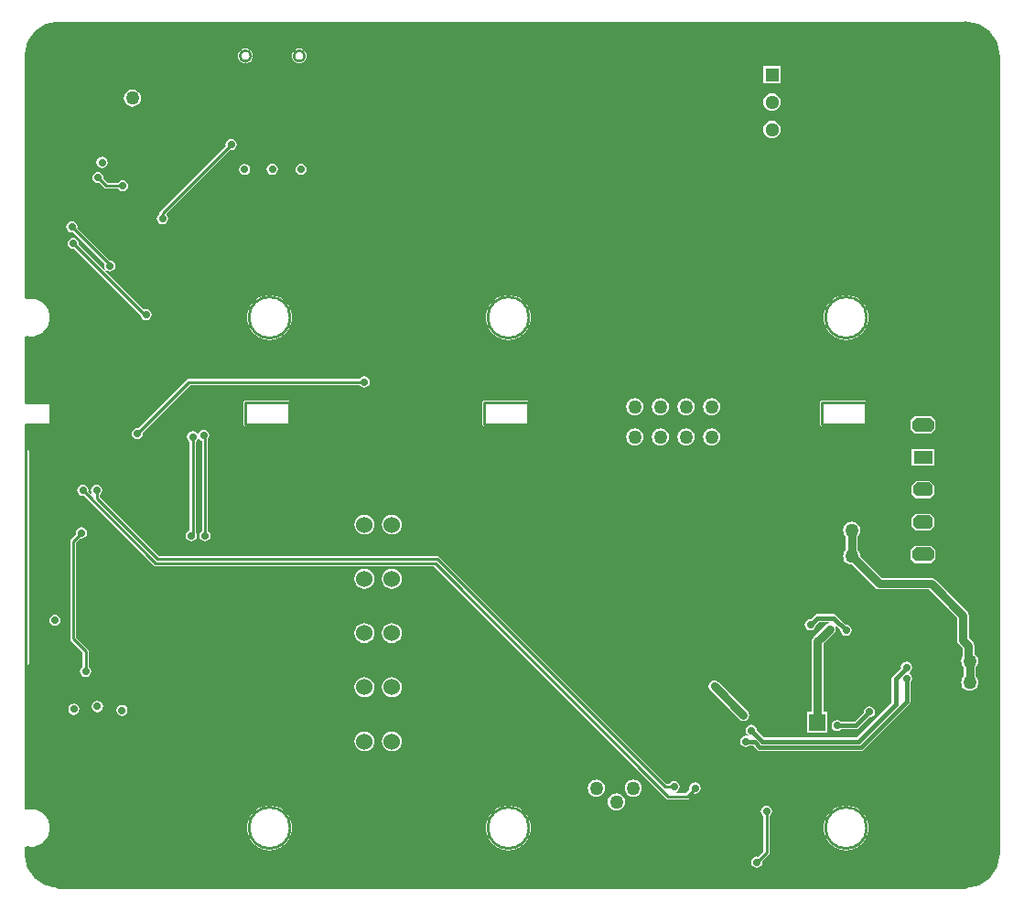
<source format=gbl>
G04*
G04 #@! TF.GenerationSoftware,Altium Limited,Altium Designer,20.2.6 (244)*
G04*
G04 Layer_Physical_Order=4*
G04 Layer_Color=16711680*
%FSLAX24Y24*%
%MOIN*%
G70*
G04*
G04 #@! TF.SameCoordinates,2017631A-D77C-4579-BA5B-B5A4186395AE*
G04*
G04*
G04 #@! TF.FilePolarity,Positive*
G04*
G01*
G75*
%ADD11C,0.0100*%
%ADD17C,0.0080*%
%ADD44R,0.0600X0.0600*%
%ADD93C,0.0300*%
%ADD94C,0.0150*%
G04:AMPARAMS|DCode=97|XSize=50mil|YSize=80mil|CornerRadius=0mil|HoleSize=0mil|Usage=FLASHONLY|Rotation=270.000|XOffset=0mil|YOffset=0mil|HoleType=Round|Shape=Octagon|*
%AMOCTAGOND97*
4,1,8,0.0400,0.0125,0.0400,-0.0125,0.0275,-0.0250,-0.0275,-0.0250,-0.0400,-0.0125,-0.0400,0.0125,-0.0275,0.0250,0.0275,0.0250,0.0400,0.0125,0.0*
%
%ADD97OCTAGOND97*%

%ADD98R,0.0700X0.0500*%
G04:AMPARAMS|DCode=99|XSize=50mil|YSize=70mil|CornerRadius=0mil|HoleSize=0mil|Usage=FLASHONLY|Rotation=270.000|XOffset=0mil|YOffset=0mil|HoleType=Round|Shape=Octagon|*
%AMOCTAGOND99*
4,1,8,0.0350,0.0125,0.0350,-0.0125,0.0225,-0.0250,-0.0225,-0.0250,-0.0350,-0.0125,-0.0350,0.0125,-0.0225,0.0250,0.0225,0.0250,0.0350,0.0125,0.0*
%
%ADD99OCTAGOND99*%

G04:AMPARAMS|DCode=100|XSize=39.4mil|YSize=70.9mil|CornerRadius=9.8mil|HoleSize=0mil|Usage=FLASHONLY|Rotation=90.000|XOffset=0mil|YOffset=0mil|HoleType=Round|Shape=RoundedRectangle|*
%AMROUNDEDRECTD100*
21,1,0.0394,0.0512,0,0,90.0*
21,1,0.0197,0.0709,0,0,90.0*
1,1,0.0197,0.0256,0.0098*
1,1,0.0197,0.0256,-0.0098*
1,1,0.0197,-0.0256,-0.0098*
1,1,0.0197,-0.0256,0.0098*
%
%ADD100ROUNDEDRECTD100*%
%ADD101C,0.0510*%
%ADD102R,0.0510X0.0510*%
%ADD103C,0.0630*%
%ADD104R,0.0630X0.0630*%
%ADD105C,0.0600*%
%ADD106C,0.0280*%
%ADD107C,0.0500*%
G36*
X68784Y49422D02*
X68935Y49382D01*
X69081Y49323D01*
X69217Y49245D01*
X69341Y49150D01*
X69452Y49039D01*
X69548Y48915D01*
X69627Y48780D01*
X69688Y48635D01*
X69729Y48484D01*
X69750Y48328D01*
X69750Y48250D01*
Y19150D01*
Y19071D01*
X69729Y18915D01*
X69689Y18763D01*
X69629Y18618D01*
X69550Y18482D01*
X69454Y18357D01*
X69343Y18246D01*
X69218Y18150D01*
X69082Y18071D01*
X68937Y18011D01*
X68785Y17971D01*
X68629Y17950D01*
X68550D01*
X35520Y17950D01*
X35442Y17950D01*
X35286Y17970D01*
X35135Y18010D01*
X34990Y18069D01*
X34853Y18147D01*
X34729Y18242D01*
X34618Y18353D01*
X34522Y18477D01*
X34443Y18612D01*
X34382Y18757D01*
X34341Y18908D01*
X34320Y19064D01*
X34320Y19142D01*
X34320Y19142D01*
Y19333D01*
X34358Y19365D01*
X34404Y19356D01*
X34573Y19354D01*
X34739Y19389D01*
X34893Y19461D01*
X35026Y19566D01*
X35133Y19698D01*
X35207Y19850D01*
X35245Y20015D01*
X35245Y20185D01*
X35207Y20350D01*
X35133Y20503D01*
X35026Y20635D01*
X34892Y20739D01*
X34738Y20811D01*
X34573Y20846D01*
X34403Y20844D01*
X34358Y20835D01*
X34319Y20867D01*
Y20878D01*
Y26051D01*
X34381D01*
X34427Y26070D01*
X34446Y26116D01*
Y33816D01*
X34427Y33862D01*
X34381Y33881D01*
X34319D01*
Y34750D01*
X34369Y34800D01*
X35200D01*
Y35600D01*
X34319D01*
Y37921D01*
X34369Y37963D01*
X34408Y37956D01*
X34577Y37954D01*
X34742Y37990D01*
X34895Y38062D01*
X35027Y38167D01*
X35133Y38298D01*
X35207Y38451D01*
X35245Y38615D01*
X35245Y38784D01*
X35207Y38949D01*
X35134Y39101D01*
X35028Y39233D01*
X34895Y39337D01*
X34742Y39410D01*
X34577Y39446D01*
X34408Y39444D01*
X34370Y39437D01*
X34320Y39479D01*
Y48242D01*
Y48321D01*
X34341Y48476D01*
X34381Y48628D01*
X34441Y48774D01*
X34520Y48910D01*
X34616Y49035D01*
X34727Y49146D01*
X34852Y49242D01*
X34988Y49320D01*
X35133Y49381D01*
X35285Y49421D01*
X35441Y49442D01*
X68550D01*
X68628Y49442D01*
X68784Y49422D01*
D02*
G37*
%LPC*%
G36*
X44320Y48495D02*
X44240D01*
X44228Y48490D01*
X44215D01*
X44142Y48460D01*
X44133Y48450D01*
X44121Y48445D01*
X44065Y48389D01*
X44060Y48377D01*
X44050Y48368D01*
X44020Y48295D01*
Y48282D01*
X44015Y48270D01*
Y48190D01*
X44020Y48178D01*
Y48165D01*
X44050Y48092D01*
X44060Y48083D01*
X44065Y48071D01*
X44121Y48015D01*
X44133Y48010D01*
X44142Y48000D01*
X44215Y47970D01*
X44228D01*
X44240Y47965D01*
X44320D01*
X44332Y47970D01*
X44345D01*
X44418Y48000D01*
X44427Y48010D01*
X44439Y48015D01*
X44495Y48071D01*
X44500Y48083D01*
X44510Y48092D01*
X44540Y48165D01*
Y48178D01*
X44545Y48190D01*
Y48270D01*
X44540Y48282D01*
Y48295D01*
X44510Y48368D01*
X44500Y48377D01*
X44495Y48389D01*
X44439Y48445D01*
X44427Y48450D01*
X44418Y48460D01*
X44345Y48490D01*
X44332D01*
X44320Y48495D01*
D02*
G37*
G36*
X42360D02*
X42280D01*
X42268Y48490D01*
X42255D01*
X42182Y48460D01*
X42173Y48450D01*
X42161Y48445D01*
X42105Y48389D01*
X42100Y48377D01*
X42090Y48368D01*
X42060Y48295D01*
Y48282D01*
X42055Y48270D01*
Y48190D01*
X42060Y48178D01*
Y48165D01*
X42090Y48092D01*
X42100Y48083D01*
X42105Y48071D01*
X42161Y48015D01*
X42173Y48010D01*
X42182Y48000D01*
X42255Y47970D01*
X42268D01*
X42280Y47965D01*
X42360D01*
X42372Y47970D01*
X42385D01*
X42458Y48000D01*
X42467Y48010D01*
X42479Y48015D01*
X42535Y48071D01*
X42540Y48083D01*
X42550Y48092D01*
X42580Y48165D01*
Y48178D01*
X42585Y48190D01*
Y48270D01*
X42580Y48282D01*
Y48295D01*
X42550Y48368D01*
X42540Y48377D01*
X42535Y48389D01*
X42479Y48445D01*
X42467Y48450D01*
X42458Y48460D01*
X42385Y48490D01*
X42372D01*
X42360Y48495D01*
D02*
G37*
G36*
X61815Y47865D02*
X61185D01*
Y47235D01*
X61815D01*
Y47865D01*
D02*
G37*
G36*
X38203Y47009D02*
X38123Y46999D01*
X38047Y46967D01*
X37982Y46918D01*
X37933Y46853D01*
X37901Y46777D01*
X37891Y46697D01*
X37901Y46616D01*
X37933Y46540D01*
X37982Y46475D01*
X38047Y46426D01*
X38123Y46395D01*
X38203Y46384D01*
X38284Y46395D01*
X38360Y46426D01*
X38425Y46475D01*
X38474Y46540D01*
X38505Y46616D01*
X38516Y46697D01*
X38505Y46777D01*
X38474Y46853D01*
X38425Y46918D01*
X38360Y46967D01*
X38284Y46999D01*
X38203Y47009D01*
D02*
G37*
G36*
X61500Y46868D02*
X61418Y46857D01*
X61341Y46825D01*
X61275Y46775D01*
X61225Y46709D01*
X61193Y46632D01*
X61182Y46550D01*
X61193Y46468D01*
X61225Y46391D01*
X61275Y46325D01*
X61341Y46275D01*
X61418Y46243D01*
X61500Y46232D01*
X61582Y46243D01*
X61659Y46275D01*
X61725Y46325D01*
X61775Y46391D01*
X61807Y46468D01*
X61818Y46550D01*
X61807Y46632D01*
X61775Y46709D01*
X61725Y46775D01*
X61659Y46825D01*
X61582Y46857D01*
X61500Y46868D01*
D02*
G37*
G36*
Y45868D02*
X61418Y45857D01*
X61341Y45825D01*
X61275Y45775D01*
X61225Y45709D01*
X61193Y45632D01*
X61182Y45550D01*
X61193Y45468D01*
X61225Y45391D01*
X61275Y45325D01*
X61341Y45275D01*
X61418Y45243D01*
X61500Y45232D01*
X61582Y45243D01*
X61659Y45275D01*
X61725Y45325D01*
X61775Y45391D01*
X61807Y45468D01*
X61818Y45550D01*
X61807Y45632D01*
X61775Y45709D01*
X61725Y45775D01*
X61659Y45825D01*
X61582Y45857D01*
X61500Y45868D01*
D02*
G37*
G36*
X41800Y45204D02*
X41722Y45188D01*
X41656Y45144D01*
X41612Y45078D01*
X41596Y45000D01*
X41604Y44962D01*
X39221Y42579D01*
X39196Y42543D01*
X39188Y42500D01*
X39188Y42500D01*
Y42466D01*
X39156Y42444D01*
X39112Y42378D01*
X39096Y42300D01*
X39112Y42222D01*
X39156Y42156D01*
X39222Y42112D01*
X39300Y42096D01*
X39378Y42112D01*
X39444Y42156D01*
X39488Y42222D01*
X39504Y42300D01*
X39488Y42378D01*
X39444Y42444D01*
X39440Y42482D01*
X41762Y44804D01*
X41800Y44796D01*
X41878Y44812D01*
X41944Y44856D01*
X41988Y44922D01*
X42004Y45000D01*
X41988Y45078D01*
X41944Y45144D01*
X41878Y45188D01*
X41800Y45204D01*
D02*
G37*
G36*
X37100Y44554D02*
X37022Y44538D01*
X36956Y44494D01*
X36912Y44428D01*
X36896Y44350D01*
X36912Y44272D01*
X36956Y44206D01*
X37022Y44162D01*
X37100Y44146D01*
X37178Y44162D01*
X37244Y44206D01*
X37288Y44272D01*
X37304Y44350D01*
X37288Y44428D01*
X37244Y44494D01*
X37178Y44538D01*
X37100Y44554D01*
D02*
G37*
G36*
X44350Y44304D02*
X44272Y44288D01*
X44206Y44244D01*
X44162Y44178D01*
X44146Y44100D01*
X44162Y44022D01*
X44206Y43956D01*
X44272Y43912D01*
X44350Y43896D01*
X44428Y43912D01*
X44494Y43956D01*
X44538Y44022D01*
X44554Y44100D01*
X44538Y44178D01*
X44494Y44244D01*
X44428Y44288D01*
X44350Y44304D01*
D02*
G37*
G36*
X43300D02*
X43222Y44288D01*
X43156Y44244D01*
X43112Y44178D01*
X43096Y44100D01*
X43112Y44022D01*
X43156Y43956D01*
X43222Y43912D01*
X43300Y43896D01*
X43378Y43912D01*
X43444Y43956D01*
X43488Y44022D01*
X43504Y44100D01*
X43488Y44178D01*
X43444Y44244D01*
X43378Y44288D01*
X43300Y44304D01*
D02*
G37*
G36*
X42292Y44296D02*
X42214Y44281D01*
X42148Y44237D01*
X42104Y44170D01*
X42088Y44092D01*
X42104Y44014D01*
X42148Y43948D01*
X42214Y43904D01*
X42292Y43888D01*
X42370Y43904D01*
X42437Y43948D01*
X42481Y44014D01*
X42496Y44092D01*
X42481Y44170D01*
X42437Y44237D01*
X42370Y44281D01*
X42292Y44296D01*
D02*
G37*
G36*
X36950Y44004D02*
X36872Y43988D01*
X36806Y43944D01*
X36762Y43878D01*
X36746Y43800D01*
X36762Y43722D01*
X36806Y43656D01*
X36872Y43612D01*
X36950Y43596D01*
X36988Y43604D01*
X37171Y43421D01*
X37207Y43396D01*
X37250Y43388D01*
X37250Y43388D01*
X37684D01*
X37706Y43356D01*
X37772Y43312D01*
X37850Y43296D01*
X37928Y43312D01*
X37994Y43356D01*
X38038Y43422D01*
X38054Y43500D01*
X38038Y43578D01*
X37994Y43644D01*
X37928Y43688D01*
X37850Y43704D01*
X37772Y43688D01*
X37706Y43644D01*
X37684Y43612D01*
X37296D01*
X37146Y43762D01*
X37154Y43800D01*
X37138Y43878D01*
X37094Y43944D01*
X37028Y43988D01*
X36950Y44004D01*
D02*
G37*
G36*
X36000Y42204D02*
X35922Y42188D01*
X35856Y42144D01*
X35812Y42078D01*
X35796Y42000D01*
X35812Y41922D01*
X35856Y41856D01*
X35922Y41812D01*
X36000Y41796D01*
X36038Y41804D01*
X37191Y40650D01*
X37178Y40581D01*
X37193Y40503D01*
X37220Y40463D01*
X37228Y40451D01*
X37189Y40420D01*
X36246Y41362D01*
X36254Y41400D01*
X36238Y41478D01*
X36194Y41544D01*
X36128Y41588D01*
X36050Y41604D01*
X35972Y41588D01*
X35906Y41544D01*
X35862Y41478D01*
X35846Y41400D01*
X35862Y41322D01*
X35906Y41256D01*
X35972Y41212D01*
X36050Y41196D01*
X36088Y41204D01*
X38497Y38794D01*
X38512Y38722D01*
X38556Y38656D01*
X38622Y38612D01*
X38700Y38596D01*
X38778Y38612D01*
X38844Y38656D01*
X38888Y38722D01*
X38904Y38800D01*
X38888Y38878D01*
X38844Y38944D01*
X38778Y38988D01*
X38700Y39004D01*
X38622Y38988D01*
X38621Y38988D01*
X37220Y40389D01*
X37251Y40428D01*
X37263Y40420D01*
X37303Y40393D01*
X37381Y40378D01*
X37460Y40393D01*
X37526Y40437D01*
X37570Y40503D01*
X37585Y40581D01*
X37570Y40660D01*
X37526Y40726D01*
X37460Y40770D01*
X37381Y40785D01*
X37375Y40784D01*
X36196Y41962D01*
X36204Y42000D01*
X36188Y42078D01*
X36144Y42144D01*
X36078Y42188D01*
X36000Y42204D01*
D02*
G37*
G36*
X64274Y39515D02*
X64126D01*
X64120Y39512D01*
X64113Y39514D01*
X63969Y39485D01*
X63963Y39481D01*
X63956D01*
X63820Y39425D01*
X63815Y39420D01*
X63809Y39419D01*
X63686Y39337D01*
X63682Y39331D01*
X63676Y39328D01*
X63572Y39224D01*
X63569Y39218D01*
X63563Y39214D01*
X63481Y39091D01*
X63480Y39085D01*
X63475Y39080D01*
X63419Y38944D01*
Y38937D01*
X63415Y38931D01*
X63386Y38787D01*
X63388Y38780D01*
X63385Y38774D01*
Y38626D01*
X63388Y38620D01*
X63386Y38613D01*
X63415Y38469D01*
X63419Y38463D01*
Y38456D01*
X63475Y38320D01*
X63480Y38315D01*
X63481Y38309D01*
X63563Y38186D01*
X63569Y38182D01*
X63572Y38176D01*
X63676Y38072D01*
X63682Y38069D01*
X63686Y38063D01*
X63809Y37981D01*
X63815Y37980D01*
X63820Y37975D01*
X63956Y37919D01*
X63963D01*
X63969Y37915D01*
X64113Y37886D01*
X64120Y37888D01*
X64126Y37885D01*
X64274D01*
X64280Y37888D01*
X64287Y37886D01*
X64431Y37915D01*
X64437Y37919D01*
X64444D01*
X64580Y37975D01*
X64585Y37980D01*
X64591Y37981D01*
X64714Y38063D01*
X64718Y38069D01*
X64724Y38072D01*
X64828Y38176D01*
X64831Y38182D01*
X64837Y38186D01*
X64919Y38309D01*
X64920Y38315D01*
X64925Y38320D01*
X64981Y38456D01*
Y38463D01*
X64985Y38469D01*
X65014Y38613D01*
X65012Y38620D01*
X65015Y38626D01*
Y38774D01*
X65012Y38780D01*
X65014Y38787D01*
X64985Y38931D01*
X64981Y38937D01*
Y38944D01*
X64925Y39080D01*
X64920Y39085D01*
X64919Y39091D01*
X64837Y39214D01*
X64831Y39218D01*
X64828Y39224D01*
X64724Y39328D01*
X64718Y39331D01*
X64714Y39337D01*
X64591Y39419D01*
X64585Y39420D01*
X64580Y39425D01*
X64444Y39481D01*
X64437D01*
X64431Y39485D01*
X64287Y39514D01*
X64280Y39512D01*
X64274Y39515D01*
D02*
G37*
G36*
X51974D02*
X51826D01*
X51820Y39512D01*
X51813Y39514D01*
X51669Y39485D01*
X51663Y39481D01*
X51656D01*
X51520Y39425D01*
X51515Y39420D01*
X51509Y39419D01*
X51386Y39337D01*
X51382Y39331D01*
X51376Y39328D01*
X51272Y39224D01*
X51269Y39218D01*
X51263Y39214D01*
X51181Y39091D01*
X51180Y39085D01*
X51175Y39080D01*
X51119Y38944D01*
Y38937D01*
X51115Y38931D01*
X51086Y38787D01*
X51088Y38780D01*
X51085Y38774D01*
Y38626D01*
X51088Y38620D01*
X51086Y38613D01*
X51115Y38469D01*
X51119Y38463D01*
Y38456D01*
X51175Y38320D01*
X51180Y38315D01*
X51181Y38309D01*
X51263Y38186D01*
X51269Y38182D01*
X51272Y38176D01*
X51376Y38072D01*
X51382Y38069D01*
X51386Y38063D01*
X51509Y37981D01*
X51515Y37980D01*
X51520Y37975D01*
X51656Y37919D01*
X51663D01*
X51669Y37915D01*
X51813Y37886D01*
X51820Y37888D01*
X51826Y37885D01*
X51974D01*
X51980Y37888D01*
X51987Y37886D01*
X52131Y37915D01*
X52137Y37919D01*
X52144D01*
X52280Y37975D01*
X52285Y37980D01*
X52291Y37981D01*
X52414Y38063D01*
X52418Y38069D01*
X52424Y38072D01*
X52528Y38176D01*
X52531Y38182D01*
X52537Y38186D01*
X52619Y38309D01*
X52620Y38315D01*
X52625Y38320D01*
X52681Y38456D01*
Y38463D01*
X52685Y38469D01*
X52714Y38613D01*
X52712Y38620D01*
X52715Y38626D01*
Y38774D01*
X52712Y38780D01*
X52714Y38787D01*
X52685Y38931D01*
X52681Y38937D01*
Y38944D01*
X52625Y39080D01*
X52620Y39085D01*
X52619Y39091D01*
X52537Y39214D01*
X52531Y39218D01*
X52528Y39224D01*
X52424Y39328D01*
X52418Y39331D01*
X52414Y39337D01*
X52291Y39419D01*
X52285Y39420D01*
X52280Y39425D01*
X52144Y39481D01*
X52137D01*
X52131Y39485D01*
X51987Y39514D01*
X51980Y39512D01*
X51974Y39515D01*
D02*
G37*
G36*
X43274Y39515D02*
X43126D01*
X43120Y39512D01*
X43113Y39514D01*
X42969Y39485D01*
X42963Y39481D01*
X42956D01*
X42820Y39425D01*
X42815Y39420D01*
X42809Y39419D01*
X42686Y39337D01*
X42682Y39331D01*
X42676Y39328D01*
X42572Y39224D01*
X42569Y39218D01*
X42563Y39214D01*
X42481Y39091D01*
X42480Y39085D01*
X42475Y39080D01*
X42419Y38944D01*
Y38937D01*
X42415Y38931D01*
X42386Y38787D01*
X42388Y38780D01*
X42385Y38774D01*
Y38626D01*
X42388Y38620D01*
X42386Y38613D01*
X42415Y38469D01*
X42419Y38463D01*
Y38456D01*
X42475Y38320D01*
X42480Y38315D01*
X42481Y38309D01*
X42563Y38186D01*
X42569Y38182D01*
X42572Y38176D01*
X42676Y38072D01*
X42682Y38069D01*
X42686Y38063D01*
X42809Y37981D01*
X42815Y37980D01*
X42820Y37975D01*
X42956Y37919D01*
X42963D01*
X42969Y37915D01*
X43113Y37886D01*
X43120Y37888D01*
X43126Y37885D01*
X43274D01*
X43280Y37888D01*
X43287Y37886D01*
X43431Y37915D01*
X43437Y37919D01*
X43444D01*
X43580Y37975D01*
X43585Y37980D01*
X43591Y37981D01*
X43714Y38063D01*
X43718Y38069D01*
X43724Y38072D01*
X43828Y38176D01*
X43831Y38182D01*
X43837Y38186D01*
X43919Y38309D01*
X43920Y38315D01*
X43925Y38320D01*
X43981Y38456D01*
Y38463D01*
X43985Y38469D01*
X44014Y38613D01*
X44012Y38620D01*
X44015Y38626D01*
Y38774D01*
X44012Y38780D01*
X44014Y38787D01*
X43985Y38931D01*
X43981Y38937D01*
Y38944D01*
X43925Y39080D01*
X43920Y39085D01*
X43919Y39091D01*
X43837Y39214D01*
X43831Y39218D01*
X43828Y39224D01*
X43724Y39328D01*
X43718Y39331D01*
X43714Y39337D01*
X43591Y39419D01*
X43585Y39420D01*
X43580Y39425D01*
X43444Y39481D01*
X43437D01*
X43431Y39485D01*
X43287Y39514D01*
X43280Y39512D01*
X43274Y39515D01*
D02*
G37*
G36*
X46650Y36554D02*
X46572Y36538D01*
X46506Y36494D01*
X46484Y36462D01*
X40263D01*
X40263Y36462D01*
X40220Y36454D01*
X40184Y36429D01*
X40184Y36429D01*
X38419Y34665D01*
X38382Y34672D01*
X38303Y34657D01*
X38237Y34613D01*
X38193Y34547D01*
X38178Y34469D01*
X38193Y34390D01*
X38237Y34324D01*
X38303Y34280D01*
X38382Y34265D01*
X38460Y34280D01*
X38526Y34324D01*
X38570Y34390D01*
X38585Y34469D01*
X38578Y34506D01*
X40309Y36238D01*
X46484D01*
X46506Y36206D01*
X46572Y36162D01*
X46650Y36146D01*
X46728Y36162D01*
X46794Y36206D01*
X46838Y36272D01*
X46854Y36350D01*
X46838Y36428D01*
X46794Y36494D01*
X46728Y36538D01*
X46650Y36554D01*
D02*
G37*
G36*
X59300Y35763D02*
X59219Y35752D01*
X59144Y35721D01*
X59079Y35671D01*
X59029Y35606D01*
X58998Y35531D01*
X58987Y35450D01*
X58998Y35369D01*
X59029Y35294D01*
X59079Y35229D01*
X59144Y35179D01*
X59219Y35148D01*
X59300Y35137D01*
X59381Y35148D01*
X59456Y35179D01*
X59521Y35229D01*
X59571Y35294D01*
X59602Y35369D01*
X59613Y35450D01*
X59602Y35531D01*
X59571Y35606D01*
X59521Y35671D01*
X59456Y35721D01*
X59381Y35752D01*
X59300Y35763D01*
D02*
G37*
G36*
X58367D02*
X58286Y35752D01*
X58210Y35721D01*
X58146Y35671D01*
X58096Y35606D01*
X58065Y35531D01*
X58054Y35450D01*
X58065Y35369D01*
X58096Y35294D01*
X58146Y35229D01*
X58210Y35179D01*
X58286Y35148D01*
X58367Y35137D01*
X58448Y35148D01*
X58523Y35179D01*
X58588Y35229D01*
X58637Y35294D01*
X58669Y35369D01*
X58679Y35450D01*
X58669Y35531D01*
X58637Y35606D01*
X58588Y35671D01*
X58523Y35721D01*
X58448Y35752D01*
X58367Y35763D01*
D02*
G37*
G36*
X57433D02*
X57352Y35752D01*
X57277Y35721D01*
X57212Y35671D01*
X57163Y35606D01*
X57131Y35531D01*
X57121Y35450D01*
X57131Y35369D01*
X57163Y35294D01*
X57212Y35229D01*
X57277Y35179D01*
X57352Y35148D01*
X57433Y35137D01*
X57514Y35148D01*
X57590Y35179D01*
X57654Y35229D01*
X57704Y35294D01*
X57735Y35369D01*
X57746Y35450D01*
X57735Y35531D01*
X57704Y35606D01*
X57654Y35671D01*
X57590Y35721D01*
X57514Y35752D01*
X57433Y35763D01*
D02*
G37*
G36*
X56500D02*
X56419Y35752D01*
X56344Y35721D01*
X56279Y35671D01*
X56229Y35606D01*
X56198Y35531D01*
X56187Y35450D01*
X56198Y35369D01*
X56229Y35294D01*
X56279Y35229D01*
X56344Y35179D01*
X56419Y35148D01*
X56500Y35137D01*
X56581Y35148D01*
X56656Y35179D01*
X56721Y35229D01*
X56771Y35294D01*
X56802Y35369D01*
X56813Y35450D01*
X56802Y35531D01*
X56771Y35606D01*
X56721Y35671D01*
X56656Y35721D01*
X56581Y35752D01*
X56500Y35763D01*
D02*
G37*
G36*
X64900Y35665D02*
X63300D01*
X63254Y35646D01*
X63235Y35600D01*
Y34800D01*
X63254Y34754D01*
X63300Y34735D01*
X64900D01*
X64946Y34754D01*
X64965Y34800D01*
Y35600D01*
X64946Y35646D01*
X64900Y35665D01*
D02*
G37*
G36*
X52600D02*
X51000D01*
X50954Y35646D01*
X50935Y35600D01*
Y34800D01*
X50954Y34754D01*
X51000Y34735D01*
X52600D01*
X52646Y34754D01*
X52665Y34800D01*
Y35600D01*
X52646Y35646D01*
X52600Y35665D01*
D02*
G37*
G36*
X43900Y35665D02*
X42300D01*
X42254Y35646D01*
X42235Y35600D01*
Y34800D01*
X42254Y34754D01*
X42300Y34735D01*
X43900D01*
X43946Y34754D01*
X43965Y34800D01*
Y35600D01*
X43946Y35646D01*
X43900Y35665D01*
D02*
G37*
G36*
X40800Y34604D02*
X40722Y34588D01*
X40656Y34544D01*
X40612Y34478D01*
X40559Y34472D01*
X40544Y34494D01*
X40478Y34538D01*
X40400Y34554D01*
X40322Y34538D01*
X40256Y34494D01*
X40212Y34428D01*
X40196Y34350D01*
X40212Y34272D01*
X40256Y34206D01*
X40288Y34184D01*
Y30942D01*
X40272Y30938D01*
X40206Y30894D01*
X40162Y30828D01*
X40146Y30750D01*
X40162Y30672D01*
X40206Y30606D01*
X40272Y30562D01*
X40350Y30546D01*
X40428Y30562D01*
X40494Y30606D01*
X40538Y30672D01*
X40554Y30750D01*
X40538Y30828D01*
X40512Y30867D01*
Y34184D01*
X40544Y34206D01*
X40588Y34272D01*
X40641Y34278D01*
X40656Y34256D01*
X40722Y34212D01*
X40738Y34208D01*
Y30916D01*
X40706Y30894D01*
X40662Y30828D01*
X40646Y30750D01*
X40662Y30672D01*
X40706Y30606D01*
X40772Y30562D01*
X40850Y30546D01*
X40928Y30562D01*
X40994Y30606D01*
X41038Y30672D01*
X41054Y30750D01*
X41038Y30828D01*
X40994Y30894D01*
X40962Y30916D01*
Y34283D01*
X40988Y34322D01*
X41004Y34400D01*
X40988Y34478D01*
X40944Y34544D01*
X40878Y34588D01*
X40800Y34604D01*
D02*
G37*
G36*
X67305Y35091D02*
X66695D01*
X66540Y34936D01*
Y34626D01*
X66695Y34471D01*
X67305D01*
X67460Y34626D01*
Y34936D01*
X67305Y35091D01*
D02*
G37*
G36*
X59300Y34663D02*
X59219Y34652D01*
X59144Y34621D01*
X59079Y34571D01*
X59029Y34506D01*
X58998Y34431D01*
X58987Y34350D01*
X58998Y34269D01*
X59029Y34194D01*
X59079Y34129D01*
X59144Y34079D01*
X59219Y34048D01*
X59300Y34037D01*
X59381Y34048D01*
X59456Y34079D01*
X59521Y34129D01*
X59571Y34194D01*
X59602Y34269D01*
X59613Y34350D01*
X59602Y34431D01*
X59571Y34506D01*
X59521Y34571D01*
X59456Y34621D01*
X59381Y34652D01*
X59300Y34663D01*
D02*
G37*
G36*
X58367D02*
X58286Y34652D01*
X58210Y34621D01*
X58146Y34571D01*
X58096Y34506D01*
X58065Y34431D01*
X58054Y34350D01*
X58065Y34269D01*
X58096Y34194D01*
X58146Y34129D01*
X58210Y34079D01*
X58286Y34048D01*
X58367Y34037D01*
X58448Y34048D01*
X58523Y34079D01*
X58588Y34129D01*
X58637Y34194D01*
X58669Y34269D01*
X58679Y34350D01*
X58669Y34431D01*
X58637Y34506D01*
X58588Y34571D01*
X58523Y34621D01*
X58448Y34652D01*
X58367Y34663D01*
D02*
G37*
G36*
X57433D02*
X57352Y34652D01*
X57277Y34621D01*
X57212Y34571D01*
X57163Y34506D01*
X57131Y34431D01*
X57121Y34350D01*
X57131Y34269D01*
X57163Y34194D01*
X57212Y34129D01*
X57277Y34079D01*
X57352Y34048D01*
X57433Y34037D01*
X57514Y34048D01*
X57590Y34079D01*
X57654Y34129D01*
X57704Y34194D01*
X57735Y34269D01*
X57746Y34350D01*
X57735Y34431D01*
X57704Y34506D01*
X57654Y34571D01*
X57590Y34621D01*
X57514Y34652D01*
X57433Y34663D01*
D02*
G37*
G36*
X56500D02*
X56419Y34652D01*
X56344Y34621D01*
X56279Y34571D01*
X56229Y34506D01*
X56198Y34431D01*
X56187Y34350D01*
X56198Y34269D01*
X56229Y34194D01*
X56279Y34129D01*
X56344Y34079D01*
X56419Y34048D01*
X56500Y34037D01*
X56581Y34048D01*
X56656Y34079D01*
X56721Y34129D01*
X56771Y34194D01*
X56802Y34269D01*
X56813Y34350D01*
X56802Y34431D01*
X56771Y34506D01*
X56721Y34571D01*
X56656Y34621D01*
X56581Y34652D01*
X56500Y34663D01*
D02*
G37*
G36*
X67410Y33910D02*
X66590D01*
Y33290D01*
X67410D01*
Y33910D01*
D02*
G37*
G36*
X36900Y32604D02*
X36822Y32588D01*
X36756Y32544D01*
X36712Y32478D01*
X36696Y32400D01*
X36712Y32322D01*
X36720Y32309D01*
X36681Y32277D01*
X36596Y32362D01*
X36604Y32400D01*
X36588Y32478D01*
X36544Y32544D01*
X36478Y32588D01*
X36400Y32604D01*
X36322Y32588D01*
X36256Y32544D01*
X36212Y32478D01*
X36196Y32400D01*
X36212Y32322D01*
X36256Y32256D01*
X36322Y32212D01*
X36400Y32196D01*
X36438Y32204D01*
X38981Y29661D01*
X39017Y29636D01*
X39060Y29628D01*
X39060Y29628D01*
X49187D01*
X57644Y21171D01*
X57644Y21171D01*
X57681Y21146D01*
X57724Y21138D01*
X57724Y21138D01*
X58400D01*
X58400Y21138D01*
X58443Y21146D01*
X58479Y21171D01*
X58662Y21354D01*
X58700Y21346D01*
X58778Y21362D01*
X58844Y21406D01*
X58888Y21472D01*
X58904Y21550D01*
X58888Y21628D01*
X58844Y21694D01*
X58778Y21738D01*
X58700Y21754D01*
X58622Y21738D01*
X58556Y21694D01*
X58512Y21628D01*
X58496Y21550D01*
X58504Y21512D01*
X58354Y21362D01*
X58020D01*
X58012Y21412D01*
X58078Y21456D01*
X58122Y21522D01*
X58138Y21600D01*
X58122Y21678D01*
X58078Y21744D01*
X58012Y21788D01*
X57934Y21804D01*
X57856Y21788D01*
X57790Y21744D01*
X57768Y21712D01*
X57646D01*
X49379Y29979D01*
X49343Y30004D01*
X49300Y30012D01*
X49300Y30012D01*
X39173D01*
X37028Y32156D01*
Y32245D01*
X37044Y32256D01*
X37088Y32322D01*
X37104Y32400D01*
X37088Y32478D01*
X37044Y32544D01*
X36978Y32588D01*
X36900Y32604D01*
D02*
G37*
G36*
X67255Y32729D02*
X66745D01*
X66590Y32574D01*
Y32264D01*
X66745Y32109D01*
X67255D01*
X67410Y32264D01*
Y32574D01*
X67255Y32729D01*
D02*
G37*
G36*
Y31548D02*
X66745D01*
X66590Y31393D01*
Y31083D01*
X66745Y30928D01*
X67255D01*
X67410Y31083D01*
Y31393D01*
X67255Y31548D01*
D02*
G37*
G36*
X47650Y31513D02*
X47556Y31501D01*
X47468Y31464D01*
X47393Y31407D01*
X47336Y31332D01*
X47299Y31244D01*
X47287Y31150D01*
X47299Y31056D01*
X47336Y30968D01*
X47393Y30893D01*
X47468Y30836D01*
X47556Y30799D01*
X47650Y30787D01*
X47744Y30799D01*
X47832Y30836D01*
X47907Y30893D01*
X47964Y30968D01*
X48001Y31056D01*
X48013Y31150D01*
X48001Y31244D01*
X47964Y31332D01*
X47907Y31407D01*
X47832Y31464D01*
X47744Y31501D01*
X47650Y31513D01*
D02*
G37*
G36*
X46650D02*
X46556Y31501D01*
X46468Y31464D01*
X46393Y31407D01*
X46336Y31332D01*
X46299Y31244D01*
X46287Y31150D01*
X46299Y31056D01*
X46336Y30968D01*
X46393Y30893D01*
X46468Y30836D01*
X46556Y30799D01*
X46650Y30787D01*
X46744Y30799D01*
X46832Y30836D01*
X46907Y30893D01*
X46964Y30968D01*
X47001Y31056D01*
X47013Y31150D01*
X47001Y31244D01*
X46964Y31332D01*
X46907Y31407D01*
X46832Y31464D01*
X46744Y31501D01*
X46650Y31513D01*
D02*
G37*
G36*
X36350Y31054D02*
X36272Y31038D01*
X36206Y30994D01*
X36162Y30928D01*
X36146Y30850D01*
X36154Y30812D01*
X35971Y30629D01*
X35946Y30593D01*
X35938Y30550D01*
X35938Y30550D01*
Y26987D01*
X35938Y26987D01*
X35946Y26944D01*
X35971Y26908D01*
X36388Y26491D01*
Y25966D01*
X36356Y25944D01*
X36312Y25878D01*
X36296Y25800D01*
X36312Y25722D01*
X36356Y25656D01*
X36422Y25612D01*
X36500Y25596D01*
X36578Y25612D01*
X36644Y25656D01*
X36688Y25722D01*
X36704Y25800D01*
X36688Y25878D01*
X36644Y25944D01*
X36612Y25966D01*
Y26537D01*
X36612Y26537D01*
X36604Y26580D01*
X36579Y26616D01*
X36579Y26616D01*
X36162Y27034D01*
Y30504D01*
X36312Y30654D01*
X36350Y30646D01*
X36428Y30662D01*
X36494Y30706D01*
X36538Y30772D01*
X36554Y30850D01*
X36538Y30928D01*
X36494Y30994D01*
X36428Y31038D01*
X36350Y31054D01*
D02*
G37*
G36*
X67305Y30367D02*
X66695D01*
X66540Y30212D01*
Y29902D01*
X66695Y29747D01*
X67305D01*
X67460Y29902D01*
Y30212D01*
X67305Y30367D01*
D02*
G37*
G36*
X47650Y29538D02*
X47556Y29526D01*
X47468Y29489D01*
X47393Y29432D01*
X47336Y29357D01*
X47299Y29269D01*
X47287Y29175D01*
X47299Y29081D01*
X47336Y28993D01*
X47393Y28918D01*
X47468Y28861D01*
X47556Y28824D01*
X47650Y28812D01*
X47744Y28824D01*
X47832Y28861D01*
X47907Y28918D01*
X47964Y28993D01*
X48001Y29081D01*
X48013Y29175D01*
X48001Y29269D01*
X47964Y29357D01*
X47907Y29432D01*
X47832Y29489D01*
X47744Y29526D01*
X47650Y29538D01*
D02*
G37*
G36*
X46650D02*
X46556Y29526D01*
X46468Y29489D01*
X46393Y29432D01*
X46336Y29357D01*
X46299Y29269D01*
X46287Y29175D01*
X46299Y29081D01*
X46336Y28993D01*
X46393Y28918D01*
X46468Y28861D01*
X46556Y28824D01*
X46650Y28812D01*
X46744Y28824D01*
X46832Y28861D01*
X46907Y28918D01*
X46964Y28993D01*
X47001Y29081D01*
X47013Y29175D01*
X47001Y29269D01*
X46964Y29357D01*
X46907Y29432D01*
X46832Y29489D01*
X46744Y29526D01*
X46650Y29538D01*
D02*
G37*
G36*
X63750Y27888D02*
X63150D01*
X63097Y27877D01*
X63053Y27847D01*
X63053Y27847D01*
X62908Y27702D01*
X62900Y27704D01*
X62822Y27688D01*
X62756Y27644D01*
X62712Y27578D01*
X62696Y27500D01*
X62712Y27422D01*
X62756Y27356D01*
X62822Y27312D01*
X62900Y27296D01*
X62978Y27312D01*
X63044Y27356D01*
X63088Y27422D01*
X63104Y27500D01*
X63102Y27508D01*
X63207Y27612D01*
X63564D01*
X63568Y27609D01*
X63564Y27576D01*
X63553Y27555D01*
X63518Y27548D01*
X63449Y27501D01*
X63149Y27201D01*
X62999Y27051D01*
X62952Y26982D01*
X62936Y26900D01*
Y24325D01*
X62775D01*
Y23575D01*
X63525D01*
Y24325D01*
X63364D01*
Y26811D01*
X63751Y27199D01*
X63798Y27268D01*
X63814Y27350D01*
X63798Y27432D01*
X63788Y27447D01*
X63827Y27478D01*
X63998Y27308D01*
X63996Y27300D01*
X64012Y27222D01*
X64056Y27156D01*
X64122Y27112D01*
X64200Y27096D01*
X64278Y27112D01*
X64344Y27156D01*
X64388Y27222D01*
X64404Y27300D01*
X64388Y27378D01*
X64344Y27444D01*
X64278Y27488D01*
X64200Y27504D01*
X64192Y27502D01*
X63847Y27847D01*
X63803Y27877D01*
X63750Y27888D01*
D02*
G37*
G36*
X35382Y27872D02*
X35303Y27857D01*
X35237Y27813D01*
X35193Y27747D01*
X35178Y27668D01*
X35193Y27590D01*
X35237Y27524D01*
X35303Y27480D01*
X35382Y27465D01*
X35460Y27480D01*
X35526Y27524D01*
X35570Y27590D01*
X35585Y27668D01*
X35570Y27747D01*
X35526Y27813D01*
X35460Y27857D01*
X35382Y27872D01*
D02*
G37*
G36*
X47650Y27563D02*
X47556Y27551D01*
X47468Y27514D01*
X47393Y27457D01*
X47336Y27382D01*
X47299Y27294D01*
X47287Y27200D01*
X47299Y27106D01*
X47336Y27018D01*
X47393Y26943D01*
X47468Y26886D01*
X47556Y26849D01*
X47650Y26837D01*
X47744Y26849D01*
X47832Y26886D01*
X47907Y26943D01*
X47964Y27018D01*
X48001Y27106D01*
X48013Y27200D01*
X48001Y27294D01*
X47964Y27382D01*
X47907Y27457D01*
X47832Y27514D01*
X47744Y27551D01*
X47650Y27563D01*
D02*
G37*
G36*
X46650D02*
X46556Y27551D01*
X46468Y27514D01*
X46393Y27457D01*
X46336Y27382D01*
X46299Y27294D01*
X46287Y27200D01*
X46299Y27106D01*
X46336Y27018D01*
X46393Y26943D01*
X46468Y26886D01*
X46556Y26849D01*
X46650Y26837D01*
X46744Y26849D01*
X46832Y26886D01*
X46907Y26943D01*
X46964Y27018D01*
X47001Y27106D01*
X47013Y27200D01*
X47001Y27294D01*
X46964Y27382D01*
X46907Y27457D01*
X46832Y27514D01*
X46744Y27551D01*
X46650Y27563D01*
D02*
G37*
G36*
X64400Y31263D02*
X64319Y31252D01*
X64244Y31221D01*
X64179Y31171D01*
X64129Y31106D01*
X64098Y31031D01*
X64087Y30950D01*
X64098Y30869D01*
X64129Y30794D01*
X64179Y30729D01*
X64186Y30724D01*
Y30226D01*
X64179Y30221D01*
X64129Y30156D01*
X64098Y30081D01*
X64087Y30000D01*
X64098Y29919D01*
X64129Y29844D01*
X64179Y29779D01*
X64244Y29729D01*
X64319Y29698D01*
X64400Y29687D01*
X64409Y29688D01*
X65249Y28849D01*
X65318Y28802D01*
X65400Y28786D01*
X67211D01*
X68236Y27761D01*
Y26950D01*
X68252Y26868D01*
X68299Y26799D01*
X68448Y26650D01*
Y26355D01*
X68429Y26331D01*
X68398Y26255D01*
X68387Y26174D01*
X68398Y26093D01*
X68429Y26018D01*
X68479Y25953D01*
X68486Y25948D01*
Y25626D01*
X68479Y25621D01*
X68429Y25556D01*
X68398Y25481D01*
X68387Y25400D01*
X68398Y25319D01*
X68429Y25244D01*
X68479Y25179D01*
X68544Y25129D01*
X68619Y25098D01*
X68700Y25087D01*
X68781Y25098D01*
X68856Y25129D01*
X68921Y25179D01*
X68971Y25244D01*
X69002Y25319D01*
X69013Y25400D01*
X69002Y25481D01*
X68971Y25556D01*
X68921Y25621D01*
X68914Y25626D01*
Y25948D01*
X68921Y25953D01*
X68971Y26018D01*
X69002Y26093D01*
X69013Y26174D01*
X69002Y26255D01*
X68971Y26331D01*
X68921Y26395D01*
X68876Y26430D01*
Y26738D01*
X68860Y26820D01*
X68813Y26890D01*
X68664Y27039D01*
Y27850D01*
X68648Y27932D01*
X68601Y28001D01*
X67451Y29151D01*
X67382Y29198D01*
X67300Y29214D01*
X65489D01*
X64712Y29991D01*
X64713Y30000D01*
X64702Y30081D01*
X64671Y30156D01*
X64621Y30221D01*
X64614Y30226D01*
Y30724D01*
X64621Y30729D01*
X64671Y30794D01*
X64702Y30869D01*
X64713Y30950D01*
X64702Y31031D01*
X64671Y31106D01*
X64621Y31171D01*
X64556Y31221D01*
X64481Y31252D01*
X64400Y31263D01*
D02*
G37*
G36*
X47650Y25588D02*
X47556Y25576D01*
X47468Y25539D01*
X47393Y25482D01*
X47336Y25407D01*
X47299Y25319D01*
X47287Y25225D01*
X47299Y25131D01*
X47336Y25043D01*
X47393Y24968D01*
X47468Y24911D01*
X47556Y24874D01*
X47650Y24862D01*
X47744Y24874D01*
X47832Y24911D01*
X47907Y24968D01*
X47964Y25043D01*
X48001Y25131D01*
X48013Y25225D01*
X48001Y25319D01*
X47964Y25407D01*
X47907Y25482D01*
X47832Y25539D01*
X47744Y25576D01*
X47650Y25588D01*
D02*
G37*
G36*
X46650D02*
X46556Y25576D01*
X46468Y25539D01*
X46393Y25482D01*
X46336Y25407D01*
X46299Y25319D01*
X46287Y25225D01*
X46299Y25131D01*
X46336Y25043D01*
X46393Y24968D01*
X46468Y24911D01*
X46556Y24874D01*
X46650Y24862D01*
X46744Y24874D01*
X46832Y24911D01*
X46907Y24968D01*
X46964Y25043D01*
X47001Y25131D01*
X47013Y25225D01*
X47001Y25319D01*
X46964Y25407D01*
X46907Y25482D01*
X46832Y25539D01*
X46744Y25576D01*
X46650Y25588D01*
D02*
G37*
G36*
X36930Y24724D02*
X36852Y24708D01*
X36786Y24664D01*
X36742Y24598D01*
X36726Y24520D01*
X36742Y24442D01*
X36786Y24376D01*
X36852Y24331D01*
X36930Y24316D01*
X37008Y24331D01*
X37074Y24376D01*
X37119Y24442D01*
X37134Y24520D01*
X37119Y24598D01*
X37074Y24664D01*
X37008Y24708D01*
X36930Y24724D01*
D02*
G37*
G36*
X36070Y24624D02*
X35992Y24609D01*
X35926Y24565D01*
X35882Y24498D01*
X35866Y24420D01*
X35882Y24342D01*
X35926Y24276D01*
X35992Y24232D01*
X36070Y24216D01*
X36148Y24232D01*
X36215Y24276D01*
X36259Y24342D01*
X36274Y24420D01*
X36259Y24498D01*
X36215Y24565D01*
X36148Y24609D01*
X36070Y24624D01*
D02*
G37*
G36*
X37825Y24579D02*
X37747Y24563D01*
X37680Y24519D01*
X37636Y24453D01*
X37621Y24375D01*
X37636Y24297D01*
X37680Y24230D01*
X37747Y24186D01*
X37825Y24171D01*
X37903Y24186D01*
X37969Y24230D01*
X38013Y24297D01*
X38029Y24375D01*
X38013Y24453D01*
X37969Y24519D01*
X37903Y24563D01*
X37825Y24579D01*
D02*
G37*
G36*
X65050Y24527D02*
X64972Y24511D01*
X64906Y24467D01*
X64862Y24401D01*
X64846Y24323D01*
X64848Y24315D01*
X64498Y23966D01*
X64021D01*
X64016Y23972D01*
X63950Y24016D01*
X63872Y24032D01*
X63794Y24016D01*
X63728Y23972D01*
X63684Y23906D01*
X63668Y23828D01*
X63684Y23750D01*
X63728Y23684D01*
X63794Y23640D01*
X63872Y23624D01*
X63950Y23640D01*
X64016Y23684D01*
X64021Y23690D01*
X64555D01*
X64608Y23701D01*
X64652Y23731D01*
X65042Y24121D01*
X65050Y24119D01*
X65128Y24135D01*
X65194Y24179D01*
X65238Y24245D01*
X65254Y24323D01*
X65238Y24401D01*
X65194Y24467D01*
X65128Y24511D01*
X65050Y24527D01*
D02*
G37*
G36*
X59400Y25481D02*
X59318Y25465D01*
X59249Y25418D01*
X59202Y25349D01*
X59186Y25267D01*
X59202Y25185D01*
X59249Y25116D01*
X60264Y24100D01*
X60299Y24049D01*
X60368Y24002D01*
X60450Y23986D01*
X60532Y24002D01*
X60601Y24049D01*
X60648Y24118D01*
X60664Y24200D01*
Y24217D01*
X60648Y24299D01*
X60601Y24368D01*
X59551Y25418D01*
X59482Y25465D01*
X59400Y25481D01*
D02*
G37*
G36*
X66400Y26154D02*
X66322Y26138D01*
X66256Y26094D01*
X66212Y26028D01*
X66196Y25950D01*
X66198Y25942D01*
X65903Y25647D01*
X65873Y25603D01*
X65862Y25550D01*
Y24657D01*
X64593Y23388D01*
X61207D01*
X60952Y23642D01*
X60954Y23650D01*
X60938Y23728D01*
X60894Y23794D01*
X60828Y23838D01*
X60750Y23854D01*
X60672Y23838D01*
X60606Y23794D01*
X60562Y23728D01*
X60546Y23650D01*
X60562Y23572D01*
X60606Y23506D01*
X60631Y23489D01*
X60612Y23442D01*
X60550Y23454D01*
X60472Y23438D01*
X60406Y23394D01*
X60362Y23328D01*
X60346Y23250D01*
X60362Y23172D01*
X60406Y23106D01*
X60472Y23062D01*
X60550Y23046D01*
X60628Y23062D01*
X60667Y23087D01*
X60821D01*
X60966Y22943D01*
X61010Y22913D01*
X61063Y22902D01*
X61063Y22902D01*
X64737D01*
X64790Y22913D01*
X64834Y22943D01*
X66497Y24606D01*
X66527Y24650D01*
X66538Y24703D01*
X66538Y24703D01*
Y25401D01*
X66544Y25406D01*
X66588Y25472D01*
X66604Y25550D01*
X66588Y25628D01*
X66544Y25694D01*
X66506Y25720D01*
Y25780D01*
X66544Y25806D01*
X66588Y25872D01*
X66604Y25950D01*
X66588Y26028D01*
X66544Y26094D01*
X66478Y26138D01*
X66400Y26154D01*
D02*
G37*
G36*
X47650Y23613D02*
X47556Y23601D01*
X47468Y23564D01*
X47393Y23507D01*
X47336Y23432D01*
X47299Y23344D01*
X47287Y23250D01*
X47299Y23156D01*
X47336Y23068D01*
X47393Y22993D01*
X47468Y22936D01*
X47556Y22899D01*
X47650Y22887D01*
X47744Y22899D01*
X47832Y22936D01*
X47907Y22993D01*
X47964Y23068D01*
X48001Y23156D01*
X48013Y23250D01*
X48001Y23344D01*
X47964Y23432D01*
X47907Y23507D01*
X47832Y23564D01*
X47744Y23601D01*
X47650Y23613D01*
D02*
G37*
G36*
X46650D02*
X46556Y23601D01*
X46468Y23564D01*
X46393Y23507D01*
X46336Y23432D01*
X46299Y23344D01*
X46287Y23250D01*
X46299Y23156D01*
X46336Y23068D01*
X46393Y22993D01*
X46468Y22936D01*
X46556Y22899D01*
X46650Y22887D01*
X46744Y22899D01*
X46832Y22936D01*
X46907Y22993D01*
X46964Y23068D01*
X47001Y23156D01*
X47013Y23250D01*
X47001Y23344D01*
X46964Y23432D01*
X46907Y23507D01*
X46832Y23564D01*
X46744Y23601D01*
X46650Y23613D01*
D02*
G37*
G36*
X56450Y21863D02*
X56369Y21852D01*
X56294Y21821D01*
X56229Y21771D01*
X56179Y21706D01*
X56148Y21631D01*
X56137Y21550D01*
X56148Y21469D01*
X56179Y21394D01*
X56229Y21329D01*
X56294Y21279D01*
X56369Y21248D01*
X56450Y21237D01*
X56531Y21248D01*
X56606Y21279D01*
X56671Y21329D01*
X56721Y21394D01*
X56752Y21469D01*
X56763Y21550D01*
X56752Y21631D01*
X56721Y21706D01*
X56671Y21771D01*
X56606Y21821D01*
X56531Y21852D01*
X56450Y21863D01*
D02*
G37*
G36*
X55100D02*
X55019Y21852D01*
X54944Y21821D01*
X54879Y21771D01*
X54829Y21706D01*
X54798Y21631D01*
X54787Y21550D01*
X54798Y21469D01*
X54829Y21394D01*
X54879Y21329D01*
X54944Y21279D01*
X55019Y21248D01*
X55100Y21237D01*
X55181Y21248D01*
X55256Y21279D01*
X55321Y21329D01*
X55371Y21394D01*
X55402Y21469D01*
X55413Y21550D01*
X55402Y21631D01*
X55371Y21706D01*
X55321Y21771D01*
X55256Y21821D01*
X55181Y21852D01*
X55100Y21863D01*
D02*
G37*
G36*
X43274Y20915D02*
X43126D01*
X43120Y20912D01*
X43113Y20914D01*
X42969Y20885D01*
X42963Y20881D01*
X42956D01*
X42820Y20825D01*
X42815Y20820D01*
X42809Y20819D01*
X42686Y20737D01*
X42682Y20731D01*
X42676Y20728D01*
X42572Y20624D01*
X42569Y20618D01*
X42563Y20614D01*
X42481Y20491D01*
X42480Y20485D01*
X42475Y20480D01*
X42419Y20344D01*
Y20337D01*
X42415Y20331D01*
X42386Y20187D01*
X42388Y20180D01*
X42385Y20174D01*
Y20026D01*
X42388Y20020D01*
X42386Y20013D01*
X42415Y19869D01*
X42419Y19863D01*
Y19856D01*
X42475Y19720D01*
X42480Y19715D01*
X42481Y19709D01*
X42563Y19586D01*
X42569Y19582D01*
X42572Y19576D01*
X42676Y19472D01*
X42682Y19469D01*
X42686Y19463D01*
X42809Y19381D01*
X42815Y19380D01*
X42820Y19375D01*
X42956Y19319D01*
X42963D01*
X42969Y19315D01*
X43113Y19286D01*
X43120Y19288D01*
X43126Y19285D01*
X43274D01*
X43280Y19288D01*
X43287Y19286D01*
X43431Y19315D01*
X43437Y19319D01*
X43444D01*
X43580Y19375D01*
X43585Y19380D01*
X43591Y19381D01*
X43714Y19463D01*
X43718Y19469D01*
X43724Y19472D01*
X43828Y19576D01*
X43831Y19582D01*
X43837Y19586D01*
X43919Y19709D01*
X43920Y19715D01*
X43925Y19720D01*
X43981Y19856D01*
Y19863D01*
X43985Y19869D01*
X44014Y20013D01*
X44012Y20020D01*
X44015Y20026D01*
Y20174D01*
X44012Y20180D01*
X44014Y20187D01*
X43985Y20331D01*
X43981Y20337D01*
Y20344D01*
X43925Y20480D01*
X43920Y20485D01*
X43919Y20491D01*
X43837Y20614D01*
X43831Y20618D01*
X43828Y20624D01*
X43724Y20728D01*
X43718Y20731D01*
X43714Y20737D01*
X43591Y20819D01*
X43585Y20820D01*
X43580Y20825D01*
X43444Y20881D01*
X43437D01*
X43431Y20885D01*
X43287Y20914D01*
X43280Y20912D01*
X43274Y20915D01*
D02*
G37*
G36*
X64274Y20915D02*
X64126D01*
X64120Y20912D01*
X64113Y20914D01*
X63969Y20885D01*
X63963Y20881D01*
X63956D01*
X63820Y20825D01*
X63815Y20820D01*
X63809Y20819D01*
X63686Y20737D01*
X63682Y20731D01*
X63676Y20728D01*
X63572Y20624D01*
X63569Y20618D01*
X63563Y20614D01*
X63481Y20491D01*
X63480Y20485D01*
X63475Y20480D01*
X63419Y20344D01*
Y20337D01*
X63415Y20331D01*
X63386Y20187D01*
X63388Y20180D01*
X63385Y20174D01*
Y20026D01*
X63388Y20020D01*
X63386Y20013D01*
X63415Y19869D01*
X63419Y19863D01*
Y19856D01*
X63475Y19720D01*
X63480Y19715D01*
X63481Y19709D01*
X63563Y19586D01*
X63569Y19582D01*
X63572Y19576D01*
X63676Y19472D01*
X63682Y19469D01*
X63686Y19463D01*
X63809Y19381D01*
X63815Y19380D01*
X63820Y19375D01*
X63956Y19319D01*
X63963D01*
X63969Y19315D01*
X64113Y19286D01*
X64120Y19288D01*
X64126Y19285D01*
X64274D01*
X64280Y19288D01*
X64287Y19286D01*
X64431Y19315D01*
X64437Y19319D01*
X64444D01*
X64580Y19375D01*
X64585Y19380D01*
X64591Y19381D01*
X64714Y19463D01*
X64718Y19469D01*
X64724Y19472D01*
X64828Y19576D01*
X64831Y19582D01*
X64837Y19586D01*
X64919Y19709D01*
X64920Y19715D01*
X64925Y19720D01*
X64981Y19856D01*
Y19863D01*
X64985Y19869D01*
X65014Y20013D01*
X65012Y20020D01*
X65015Y20026D01*
Y20174D01*
X65012Y20180D01*
X65014Y20187D01*
X64985Y20331D01*
X64981Y20337D01*
Y20344D01*
X64925Y20480D01*
X64920Y20485D01*
X64919Y20491D01*
X64837Y20614D01*
X64831Y20618D01*
X64828Y20624D01*
X64724Y20728D01*
X64718Y20731D01*
X64714Y20737D01*
X64591Y20819D01*
X64585Y20820D01*
X64580Y20825D01*
X64444Y20881D01*
X64437D01*
X64431Y20885D01*
X64287Y20914D01*
X64280Y20912D01*
X64274Y20915D01*
D02*
G37*
G36*
X51974D02*
X51826D01*
X51820Y20912D01*
X51813Y20914D01*
X51669Y20885D01*
X51663Y20881D01*
X51656D01*
X51520Y20825D01*
X51515Y20820D01*
X51509Y20819D01*
X51386Y20737D01*
X51382Y20731D01*
X51376Y20728D01*
X51272Y20624D01*
X51269Y20618D01*
X51263Y20614D01*
X51181Y20491D01*
X51180Y20485D01*
X51175Y20480D01*
X51119Y20344D01*
Y20337D01*
X51115Y20331D01*
X51086Y20187D01*
X51088Y20180D01*
X51085Y20174D01*
Y20026D01*
X51088Y20020D01*
X51086Y20013D01*
X51115Y19869D01*
X51119Y19863D01*
Y19856D01*
X51175Y19720D01*
X51180Y19715D01*
X51181Y19709D01*
X51263Y19586D01*
X51269Y19582D01*
X51272Y19576D01*
X51376Y19472D01*
X51382Y19469D01*
X51386Y19463D01*
X51509Y19381D01*
X51515Y19380D01*
X51520Y19375D01*
X51656Y19319D01*
X51663D01*
X51669Y19315D01*
X51813Y19286D01*
X51820Y19288D01*
X51826Y19285D01*
X51974D01*
X51980Y19288D01*
X51987Y19286D01*
X52131Y19315D01*
X52137Y19319D01*
X52144D01*
X52280Y19375D01*
X52285Y19380D01*
X52291Y19381D01*
X52414Y19463D01*
X52418Y19469D01*
X52424Y19472D01*
X52528Y19576D01*
X52531Y19582D01*
X52537Y19586D01*
X52619Y19709D01*
X52620Y19715D01*
X52625Y19720D01*
X52681Y19856D01*
Y19863D01*
X52685Y19869D01*
X52714Y20013D01*
X52712Y20020D01*
X52715Y20026D01*
Y20174D01*
X52712Y20180D01*
X52714Y20187D01*
X52685Y20331D01*
X52681Y20337D01*
Y20344D01*
X52625Y20480D01*
X52620Y20485D01*
X52619Y20491D01*
X52537Y20614D01*
X52531Y20618D01*
X52528Y20624D01*
X52424Y20728D01*
X52418Y20731D01*
X52414Y20737D01*
X52291Y20819D01*
X52285Y20820D01*
X52280Y20825D01*
X52144Y20881D01*
X52137D01*
X52131Y20885D01*
X51987Y20914D01*
X51980Y20912D01*
X51974Y20915D01*
D02*
G37*
G36*
X55831Y21361D02*
X55750Y21350D01*
X55675Y21319D01*
X55610Y21270D01*
X55560Y21205D01*
X55529Y21129D01*
X55518Y21048D01*
X55529Y20968D01*
X55560Y20892D01*
X55610Y20827D01*
X55675Y20778D01*
X55750Y20746D01*
X55831Y20736D01*
X55912Y20746D01*
X55987Y20778D01*
X56052Y20827D01*
X56102Y20892D01*
X56133Y20968D01*
X56144Y21048D01*
X56133Y21129D01*
X56102Y21205D01*
X56052Y21270D01*
X55987Y21319D01*
X55912Y21350D01*
X55831Y21361D01*
D02*
G37*
G36*
X61300Y20904D02*
X61222Y20888D01*
X61156Y20844D01*
X61112Y20778D01*
X61096Y20700D01*
X61112Y20622D01*
X61156Y20556D01*
X61188Y20534D01*
Y19246D01*
X60988Y19046D01*
X60950Y19054D01*
X60872Y19038D01*
X60806Y18994D01*
X60762Y18928D01*
X60746Y18850D01*
X60762Y18772D01*
X60806Y18706D01*
X60872Y18662D01*
X60950Y18646D01*
X61028Y18662D01*
X61094Y18706D01*
X61138Y18772D01*
X61154Y18850D01*
X61146Y18888D01*
X61379Y19121D01*
X61379Y19121D01*
X61404Y19157D01*
X61412Y19200D01*
X61412Y19200D01*
Y20534D01*
X61444Y20556D01*
X61488Y20622D01*
X61504Y20700D01*
X61488Y20778D01*
X61444Y20844D01*
X61378Y20888D01*
X61300Y20904D01*
D02*
G37*
%LPD*%
D11*
X39300Y42300D02*
Y42500D01*
X41800Y45000D01*
X40850Y30750D02*
Y34350D01*
X40800Y34400D02*
X40850Y34350D01*
X40400Y30800D02*
Y34350D01*
X40350Y30750D02*
X40400Y30800D01*
X38382Y34469D02*
X40263Y36350D01*
X46650D01*
X36500Y25800D02*
Y26537D01*
X36050Y26987D02*
X36500Y26537D01*
X36916Y32110D02*
X39126Y29900D01*
X39060Y29740D02*
X49234D01*
X36400Y32400D02*
X39060Y29740D01*
X39126Y29900D02*
X49300D01*
X57600Y21600D01*
X49234Y29740D02*
X57724Y21250D01*
X36900Y32400D02*
X36916Y32384D01*
Y32110D02*
Y32384D01*
X36050Y30550D02*
X36350Y30850D01*
X36050Y26987D02*
Y30550D01*
X57600Y21600D02*
X57934D01*
X57724Y21250D02*
X58400D01*
X58700Y21550D01*
X36000Y42000D02*
X37381Y40619D01*
Y40581D02*
Y40619D01*
X36050Y41400D02*
X38650Y38800D01*
X38700D01*
X37250Y43500D02*
X37850D01*
X36950Y43800D02*
X37250Y43500D01*
X61300Y19200D02*
Y20700D01*
X60950Y18850D02*
X61300Y19200D01*
X42520Y48230D02*
G03*
X42520Y48230I-200J0D01*
G01*
X44480D02*
G03*
X44480Y48230I-200J0D01*
G01*
X69750Y48250D02*
G03*
X68550Y49442I-1196J-4D01*
G01*
X35520D02*
G03*
X34320Y48242I0J-1200D01*
G01*
X68550Y17950D02*
G03*
X69750Y19150I0J1200D01*
G01*
X34320Y19142D02*
G03*
X35520Y17950I1196J4D01*
G01*
X34320Y19372D02*
G03*
X34319Y20828I180J728D01*
G01*
X34324Y37971D02*
G03*
X34325Y39429I176J729D01*
G01*
X64950Y20100D02*
G03*
X64950Y20100I-750J0D01*
G01*
X64950Y38700D02*
G03*
X64950Y38700I-750J0D01*
G01*
X43950Y38700D02*
G03*
X43950Y38700I-750J0D01*
G01*
Y20100D02*
G03*
X43950Y20100I-750J0D01*
G01*
X52650Y38700D02*
G03*
X52650Y38700I-750J0D01*
G01*
X52650Y20100D02*
G03*
X52650Y20100I-750J0D01*
G01*
X34320Y39434D02*
Y48242D01*
X35520Y49442D02*
X68550D01*
X69750Y19150D02*
Y48250D01*
X35520Y17950D02*
X68550D01*
X34320Y19142D02*
Y19372D01*
X34319Y35600D02*
Y37971D01*
Y35600D02*
X35200D01*
X34319Y34800D02*
X34319Y20828D01*
X63300Y34800D02*
Y35600D01*
X64900Y34800D02*
Y35600D01*
X63300D02*
X64900D01*
X63300Y34800D02*
X64900D01*
X51000D02*
X52600D01*
X51000Y35600D02*
X52600D01*
Y34800D02*
Y35600D01*
X51000Y34800D02*
Y35600D01*
X42300Y34800D02*
X43900D01*
X42300Y35600D02*
X43900D01*
Y34800D02*
Y35600D01*
X42300Y34800D02*
Y35600D01*
X35200Y34800D02*
Y35600D01*
X34319Y34800D02*
X35200D01*
D17*
X68550Y17900D02*
G03*
X68600Y17950I0J50D01*
G01*
D02*
G03*
X68550Y18000I-50J0D01*
G01*
X35520D02*
G03*
X35520Y17900I0J-50D01*
G01*
X68550D01*
X35520Y18000D02*
X68550D01*
D44*
X48650Y27200D02*
D03*
Y25225D02*
D03*
Y23250D02*
D03*
Y31150D02*
D03*
Y29175D02*
D03*
D93*
X59400Y25267D02*
X60450Y24217D01*
Y24200D02*
Y24217D01*
X63300Y27050D02*
X63600Y27350D01*
X63150Y23950D02*
Y26900D01*
X63300Y27050D01*
X64400Y30000D02*
Y30950D01*
X65400Y29000D02*
X67300D01*
X64400Y30000D02*
X65400Y29000D01*
X67300D02*
X68450Y27850D01*
Y26950D02*
Y27850D01*
Y26950D02*
X68662Y26738D01*
Y26213D02*
X68700Y26174D01*
X68662Y26213D02*
Y26738D01*
X68700Y25400D02*
Y26174D01*
D94*
X63872Y23828D02*
X64555D01*
X65050Y24323D01*
X66400Y24703D02*
Y25550D01*
X60550Y23250D02*
X60575Y23225D01*
X66000Y24600D02*
Y25550D01*
X61150Y23250D02*
X64650D01*
X66000Y24600D01*
X64737Y23040D02*
X66400Y24703D01*
X61063Y23040D02*
X64737D01*
X60575Y23225D02*
X60878D01*
X61063Y23040D01*
X60750Y23650D02*
X61150Y23250D01*
X66000Y25550D02*
X66400Y25950D01*
X63150Y27750D02*
X63750D01*
X64200Y27300D01*
X62900Y27500D02*
X63150Y27750D01*
D97*
X67000Y30057D02*
D03*
Y34781D02*
D03*
D98*
Y33600D02*
D03*
D99*
Y32419D02*
D03*
Y31238D02*
D03*
D100*
X69246Y27448D02*
D03*
Y24046D02*
D03*
X67750D02*
D03*
Y27448D02*
D03*
D101*
X61500Y45550D02*
D03*
Y46550D02*
D03*
Y44550D02*
D03*
D102*
Y47550D02*
D03*
D103*
X62363Y23950D02*
D03*
D104*
X63150D02*
D03*
D105*
X47650Y27200D02*
D03*
X46650D02*
D03*
X47650Y25225D02*
D03*
X46650D02*
D03*
X47650Y23250D02*
D03*
X46650D02*
D03*
X47650Y31150D02*
D03*
X46650D02*
D03*
X47650Y29175D02*
D03*
X46650D02*
D03*
D106*
X35600Y24300D02*
D03*
X39300Y42300D02*
D03*
X40800Y34400D02*
D03*
X40400Y34350D02*
D03*
X35382Y27668D02*
D03*
X46650Y36350D02*
D03*
X38382Y34469D02*
D03*
X36500Y25800D02*
D03*
X43300Y44100D02*
D03*
X41800Y45000D02*
D03*
X42292Y44092D02*
D03*
X40350Y30750D02*
D03*
X40850D02*
D03*
X36900Y32400D02*
D03*
X36400D02*
D03*
X36350Y30850D02*
D03*
X38700Y38800D02*
D03*
X37381Y40581D02*
D03*
X57934Y21600D02*
D03*
X58700Y21550D02*
D03*
X36050Y41400D02*
D03*
X36000Y42000D02*
D03*
X37100Y44350D02*
D03*
X36950Y43800D02*
D03*
X37850Y43500D02*
D03*
X36070Y24420D02*
D03*
X36930Y24520D02*
D03*
X37825Y24375D02*
D03*
X44350Y44100D02*
D03*
X65050Y24323D02*
D03*
X63872Y23828D02*
D03*
X66400Y25550D02*
D03*
X60550Y23250D02*
D03*
X60750Y23650D02*
D03*
X60950Y18850D02*
D03*
X61300Y20700D02*
D03*
X59400Y25267D02*
D03*
X60450Y24200D02*
D03*
X63300Y27050D02*
D03*
X63600Y27350D02*
D03*
X62900Y27500D02*
D03*
X64200Y27300D02*
D03*
X66400Y25950D02*
D03*
D107*
X38650Y40250D02*
D03*
X38850Y42600D02*
D03*
X37950D02*
D03*
X37050D02*
D03*
X38650Y41800D02*
D03*
X37850D02*
D03*
X38650Y41025D02*
D03*
X38203Y46697D02*
D03*
X56450Y21550D02*
D03*
X55100D02*
D03*
X55831Y21048D02*
D03*
X59300Y34350D02*
D03*
X58367D02*
D03*
X57433D02*
D03*
X56500D02*
D03*
X59300Y35450D02*
D03*
X58367D02*
D03*
X57433D02*
D03*
X56500D02*
D03*
X64400Y30000D02*
D03*
Y30950D02*
D03*
X68700Y26174D02*
D03*
Y25400D02*
D03*
M02*

</source>
